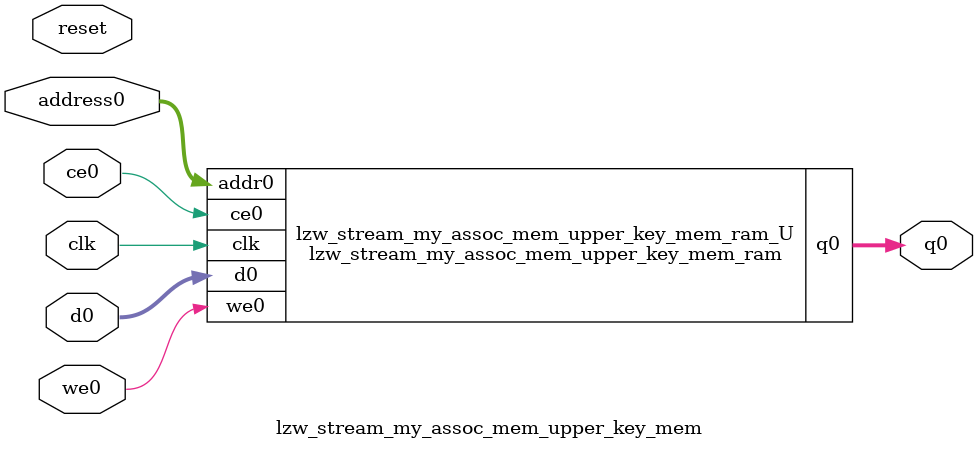
<source format=v>
`timescale 1 ns / 1 ps
module lzw_stream_my_assoc_mem_upper_key_mem_ram (addr0, ce0, d0, we0, q0,  clk);

parameter DWIDTH = 64;
parameter AWIDTH = 9;
parameter MEM_SIZE = 512;

input[AWIDTH-1:0] addr0;
input ce0;
input[DWIDTH-1:0] d0;
input we0;
output reg[DWIDTH-1:0] q0;
input clk;

reg [DWIDTH-1:0] ram[0:MEM_SIZE-1];




always @(posedge clk)  
begin 
    if (ce0) begin
        if (we0) 
            ram[addr0] <= d0; 
        q0 <= ram[addr0];
    end
end


endmodule

`timescale 1 ns / 1 ps
module lzw_stream_my_assoc_mem_upper_key_mem(
    reset,
    clk,
    address0,
    ce0,
    we0,
    d0,
    q0);

parameter DataWidth = 32'd64;
parameter AddressRange = 32'd512;
parameter AddressWidth = 32'd9;
input reset;
input clk;
input[AddressWidth - 1:0] address0;
input ce0;
input we0;
input[DataWidth - 1:0] d0;
output[DataWidth - 1:0] q0;



lzw_stream_my_assoc_mem_upper_key_mem_ram lzw_stream_my_assoc_mem_upper_key_mem_ram_U(
    .clk( clk ),
    .addr0( address0 ),
    .ce0( ce0 ),
    .we0( we0 ),
    .d0( d0 ),
    .q0( q0 ));

endmodule


</source>
